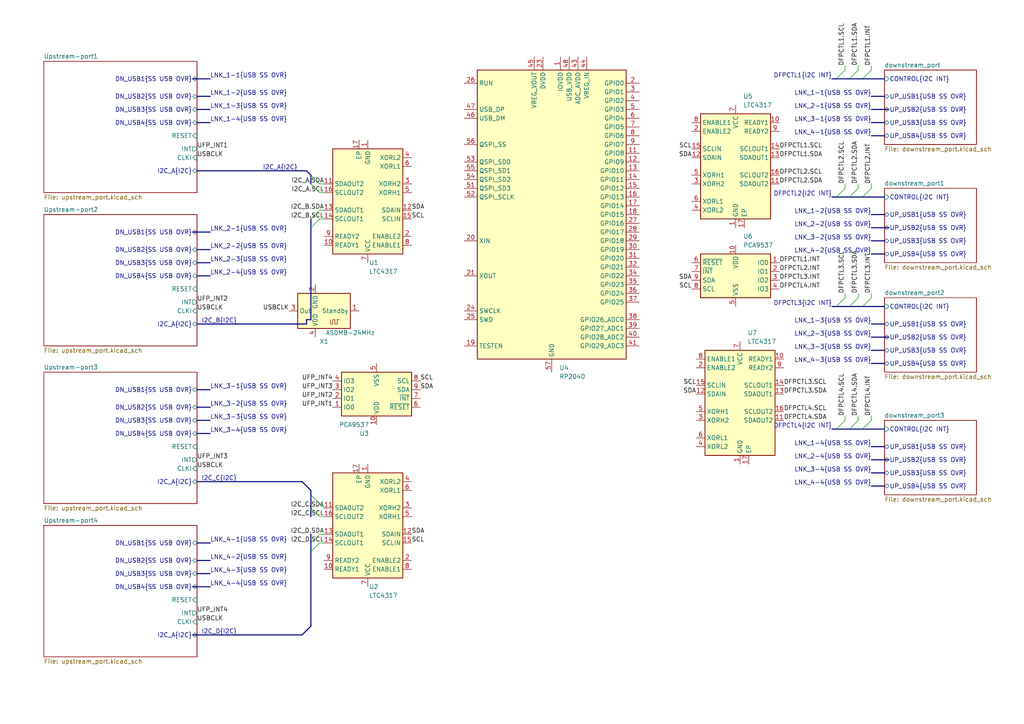
<source format=kicad_sch>
(kicad_sch (version 20230121) (generator eeschema)
  (paper "A4")
  (title_block (title "Cursed USB Switch Main Board"))
  (lib_symbols
    (symbol "Interface_Expansion:LTC4317"
      (property "Reference" "U" (at -8.89 16.51 0))
      (property "Value" "LTC4317" (at 6.35 16.51 0))
      (symbol "LTC4317_0_1"
        (rectangle (start -10.16 15.24) (end 10.16 -15.24) (stroke (width 0.254)) (fill (type background)))
      )
      (symbol "LTC4317_1_1"
        (pin power_in line (at 0 -17.78 90) (length 2.54) (name "GND") (number "1"))
        (pin open_collector line (at 12.7 12.7 180) (length 2.54) (name "READY1") (number "10"))
        (pin bidirectional line (at 12.7 -5.08 180) (length 2.54) (name "SDAOUT2") (number "11"))
        (pin bidirectional line (at -12.7 2.54 0) (length 2.54) (name "SDAIN") (number "12"))
        (pin bidirectional line (at 12.7 2.54 180) (length 2.54) (name "SDAOUT1") (number "13"))
        (pin output line (at 12.7 5.08 180) (length 2.54) (name "SCLOUT1") (number "14"))
        (pin input line (at -12.7 5.08 0) (length 2.54) (name "SCLIN") (number "15"))
        (pin output line (at 12.7 -2.54 180) (length 2.54) (name "SCLOUT2") (number "16"))
        (pin passive line (at 2.54 -17.78 90) (length 2.54) (name "EP") (number "17"))
        (pin input line (at -12.7 10.16 0) (length 2.54) (name "ENABLE2") (number "2"))
        (pin input line (at -12.7 -5.08 0) (length 2.54) (name "XORH2") (number "3"))
        (pin input line (at -12.7 -12.7 0) (length 2.54) (name "XORL2") (number "4"))
        (pin input line (at -12.7 -2.54 0) (length 2.54) (name "XORH1") (number "5"))
        (pin input line (at -12.7 -10.16 0) (length 2.54) (name "XORL1") (number "6"))
        (pin power_in line (at 0 17.78 270) (length 2.54) (name "VCC") (number "7"))
        (pin input line (at -12.7 12.7 0) (length 2.54) (name "ENABLE1") (number "8"))
        (pin open_collector line (at 12.7 10.16 180) (length 2.54) (name "READY2") (number "9"))
      )
    )
    (symbol "Interface_Expansion:PCA9537"
      (property "Reference" "U" (at -8.89 6.35 0))
      (property "Value" "PCA9537" (at 6.35 6.35 0))
      (symbol "PCA9537_0_1"
        (rectangle (start -10.16 5.08) (end 10.16 -7.62) (stroke (width 0.254)) (fill (type background)))
      )
      (symbol "PCA9537_1_1"
        (pin bidirectional line (at 12.7 2.54 180) (length 2.54) (name "IO0") (number "1"))
        (pin power_in line (at 0 7.62 270) (length 2.54) (name "VDD") (number "10"))
        (pin bidirectional line (at 12.7 0 180) (length 2.54) (name "IO1") (number "2"))
        (pin bidirectional line (at 12.7 -2.54 180) (length 2.54) (name "IO2") (number "3"))
        (pin bidirectional line (at 12.7 -5.08 180) (length 2.54) (name "IO3") (number "4"))
        (pin power_in line (at 0 -10.16 90) (length 2.54) (name "VSS") (number "5"))
        (pin input line (at -12.7 2.54 0) (length 2.54) (name "~{RESET}") (number "6"))
        (pin open_collector line (at -12.7 0 0) (length 2.54) (name "~{INT}") (number "7"))
        (pin input line (at -12.7 -5.08 0) (length 2.54) (name "SCL") (number "8"))
        (pin bidirectional line (at -12.7 -2.54 0) (length 2.54) (name "SDA") (number "9"))
      )
    )
    (symbol "MCU_RaspberryPi:RP2040"
      (property "Reference" "U" (at 17.78 45.72 0))
      (property "Value" "RP2040" (at 17.78 43.18 0))
      (symbol "RP2040_0_1"
        (rectangle (start -21.59 41.91) (end 21.59 -41.91) (stroke (width 0.254)) (fill (type background)))
      )
      (symbol "RP2040_1_1"
        (pin power_in line (at 2.54 45.72 270) (length 3.81) (name "IOVDD") (number "1"))
        (pin passive line (at 2.54 45.72 270) (length 3.81) hide (name "IOVDD") (number "10"))
        (pin bidirectional line (at 25.4 17.78 180) (length 3.81) (name "GPIO8") (number "11"))
        (pin bidirectional line (at 25.4 15.24 180) (length 3.81) (name "GPIO9") (number "12"))
        (pin bidirectional line (at 25.4 12.7 180) (length 3.81) (name "GPIO10") (number "13"))
        (pin bidirectional line (at 25.4 10.16 180) (length 3.81) (name "GPIO11") (number "14"))
        (pin bidirectional line (at 25.4 7.62 180) (length 3.81) (name "GPIO12") (number "15"))
        (pin bidirectional line (at 25.4 5.08 180) (length 3.81) (name "GPIO13") (number "16"))
        (pin bidirectional line (at 25.4 2.54 180) (length 3.81) (name "GPIO14") (number "17"))
        (pin bidirectional line (at 25.4 0 180) (length 3.81) (name "GPIO15") (number "18"))
        (pin input line (at -25.4 -38.1 0) (length 3.81) (name "TESTEN") (number "19"))
        (pin bidirectional line (at 25.4 38.1 180) (length 3.81) (name "GPIO0") (number "2"))
        (pin input line (at -25.4 -7.62 0) (length 3.81) (name "XIN") (number "20"))
        (pin passive line (at -25.4 -17.78 0) (length 3.81) (name "XOUT") (number "21"))
        (pin passive line (at 2.54 45.72 270) (length 3.81) hide (name "IOVDD") (number "22"))
        (pin power_in line (at -2.54 45.72 270) (length 3.81) (name "DVDD") (number "23"))
        (pin input line (at -25.4 -27.94 0) (length 3.81) (name "SWCLK") (number "24"))
        (pin bidirectional line (at -25.4 -30.48 0) (length 3.81) (name "SWD") (number "25"))
        (pin input line (at -25.4 38.1 0) (length 3.81) (name "RUN") (number "26"))
        (pin bidirectional line (at 25.4 -2.54 180) (length 3.81) (name "GPIO16") (number "27"))
        (pin bidirectional line (at 25.4 -5.08 180) (length 3.81) (name "GPIO17") (number "28"))
        (pin bidirectional line (at 25.4 -7.62 180) (length 3.81) (name "GPIO18") (number "29"))
        (pin bidirectional line (at 25.4 35.56 180) (length 3.81) (name "GPIO1") (number "3"))
        (pin bidirectional line (at 25.4 -10.16 180) (length 3.81) (name "GPIO19") (number "30"))
        (pin bidirectional line (at 25.4 -12.7 180) (length 3.81) (name "GPIO20") (number "31"))
        (pin bidirectional line (at 25.4 -15.24 180) (length 3.81) (name "GPIO21") (number "32"))
        (pin passive line (at 2.54 45.72 270) (length 3.81) hide (name "IOVDD") (number "33"))
        (pin bidirectional line (at 25.4 -17.78 180) (length 3.81) (name "GPIO22") (number "34"))
        (pin bidirectional line (at 25.4 -20.32 180) (length 3.81) (name "GPIO23") (number "35"))
        (pin bidirectional line (at 25.4 -22.86 180) (length 3.81) (name "GPIO24") (number "36"))
        (pin bidirectional line (at 25.4 -25.4 180) (length 3.81) (name "GPIO25") (number "37"))
        (pin bidirectional line (at 25.4 -30.48 180) (length 3.81) (name "GPIO26_ADC0") (number "38"))
        (pin bidirectional line (at 25.4 -33.02 180) (length 3.81) (name "GPIO27_ADC1") (number "39"))
        (pin bidirectional line (at 25.4 33.02 180) (length 3.81) (name "GPIO2") (number "4"))
        (pin bidirectional line (at 25.4 -35.56 180) (length 3.81) (name "GPIO28_ADC2") (number "40"))
        (pin bidirectional line (at 25.4 -38.1 180) (length 3.81) (name "GPIO29_ADC3") (number "41"))
        (pin passive line (at 2.54 45.72 270) (length 3.81) hide (name "IOVDD") (number "42"))
        (pin power_in line (at 7.62 45.72 270) (length 3.81) (name "ADC_AVDD") (number "43"))
        (pin power_in line (at 10.16 45.72 270) (length 3.81) (name "VREG_IN") (number "44"))
        (pin power_out line (at -5.08 45.72 270) (length 3.81) (name "VREG_VOUT") (number "45"))
        (pin bidirectional line (at -25.4 27.94 0) (length 3.81) (name "USB_DM") (number "46"))
        (pin bidirectional line (at -25.4 30.48 0) (length 3.81) (name "USB_DP") (number "47"))
        (pin power_in line (at 5.08 45.72 270) (length 3.81) (name "USB_VDD") (number "48"))
        (pin passive line (at 2.54 45.72 270) (length 3.81) hide (name "IOVDD") (number "49"))
        (pin bidirectional line (at 25.4 30.48 180) (length 3.81) (name "GPIO3") (number "5"))
        (pin passive line (at -2.54 45.72 270) (length 3.81) hide (name "DVDD") (number "50"))
        (pin bidirectional line (at -25.4 7.62 0) (length 3.81) (name "QSPI_SD3") (number "51"))
        (pin output line (at -25.4 5.08 0) (length 3.81) (name "QSPI_SCLK") (number "52"))
        (pin bidirectional line (at -25.4 15.24 0) (length 3.81) (name "QSPI_SD0") (number "53"))
        (pin bidirectional line (at -25.4 10.16 0) (length 3.81) (name "QSPI_SD2") (number "54"))
        (pin bidirectional line (at -25.4 12.7 0) (length 3.81) (name "QSPI_SD1") (number "55"))
        (pin bidirectional line (at -25.4 20.32 0) (length 3.81) (name "QSPI_SS") (number "56"))
        (pin power_in line (at 0 -45.72 90) (length 3.81) (name "GND") (number "57"))
        (pin bidirectional line (at 25.4 27.94 180) (length 3.81) (name "GPIO4") (number "6"))
        (pin bidirectional line (at 25.4 25.4 180) (length 3.81) (name "GPIO5") (number "7"))
        (pin bidirectional line (at 25.4 22.86 180) (length 3.81) (name "GPIO6") (number "8"))
        (pin bidirectional line (at 25.4 20.32 180) (length 3.81) (name "GPIO7") (number "9"))
      )
    )
    (symbol "Oscillator:ASDMB-xxxMHz"
      (property "Reference" "U" (at -6.35 6.35 0))
      (property "Value" "ASDMB-xxxMHz" (at 11.43 6.35 0))
      (symbol "ASDMB-xxxMHz_1_1"
        (rectangle (start -7.62 5.08) (end 7.62 -5.08) (stroke (width 0.254)) (fill (type background)))
        (polyline (pts (xy -4.445 2.54) (xy -3.81 2.54) (xy -3.81 3.81) (xy -3.175 3.81) (xy -3.175 2.54) (xy -2.54 2.54) (xy -2.54 3.81) (xy -1.905 3.81) (xy -1.905 2.54)))
        (pin input line (at -10.16 0 0) (length 2.54) (name "Standby") (number "1"))
        (pin power_in line (at 2.54 -7.62 90) (length 2.54) (name "GND") (number "2"))
        (pin output line (at 10.16 0 180) (length 2.54) (name "Out") (number "3"))
        (pin power_in line (at 2.54 7.62 270) (length 2.54) (name "VDD") (number "4"))
      )
    )
  )
  (bus_entry (at 250.19 88.9) (size 2.54 -2.54))
  (bus_entry (at 90.17 53.34) (size 2.54 2.54))
  (bus_entry (at 242.57 88.9) (size 2.54 -2.54))
  (bus_entry (at 90.17 50.8) (size 2.54 2.54))
  (bus_entry (at 242.57 124.46) (size 2.54 -2.54))
  (bus_entry (at 250.19 57.15) (size 2.54 -2.54))
  (bus_entry (at 250.19 22.86) (size 2.54 -2.54))
  (bus_entry (at 250.19 124.46) (size 2.54 -2.54))
  (bus_entry (at 90.17 143.51) (size 2.54 2.54))
  (bus_entry (at 90.17 157.48) (size 2.54 -2.54))
  (bus_entry (at 90.17 66.04) (size 2.54 -2.54))
  (bus_entry (at 246.38 124.46) (size 2.54 -2.54))
  (bus_entry (at 90.17 147.32) (size 2.54 2.54))
  (bus_entry (at 246.38 88.9) (size 2.54 -2.54))
  (bus_entry (at 242.57 22.86) (size 2.54 -2.54))
  (bus_entry (at 90.17 63.5) (size 2.54 -2.54))
  (bus_entry (at 246.38 22.86) (size 2.54 -2.54))
  (bus_entry (at 246.38 57.15) (size 2.54 -2.54))
  (bus_entry (at 90.17 160.02) (size 2.54 -2.54))
  (bus_entry (at 242.57 57.15) (size 2.54 -2.54))
  (bus (pts (xy 252.73 93.98) (xy 256.54 93.98)))
  (bus (pts (xy 252.73 137.16) (xy 256.54 137.16)))
  (bus (pts (xy 88.9 93.98) (xy 57.15 93.98)))
  (bus (pts (xy 88.9 92.71) (xy 90.17 92.71)))
  (bus (pts (xy 57.15 125.73) (xy 60.96 125.73)))
  (bus (pts (xy 252.73 129.54) (xy 256.54 129.54)))
  (bus (pts (xy 252.73 39.37) (xy 256.54 39.37)))
  (wire (pts (xy 92.71 63.5) (xy 93.98 63.5)))
  (bus (pts (xy 252.73 133.35) (xy 257.81 133.35)))
  (bus (pts (xy 252.73 31.75) (xy 257.81 31.75)))
  (bus (pts (xy 57.15 113.03) (xy 60.96 113.03)))
  (wire (pts (xy 92.71 55.88) (xy 93.98 55.88)))
  (bus (pts (xy 57.15 80.01) (xy 60.96 80.01)))
  (bus (pts (xy 242.57 57.15) (xy 246.38 57.15)))
  (bus (pts (xy 241.3 124.46) (xy 242.57 124.46)))
  (bus (pts (xy 57.15 49.53) (xy 88.9 49.53)))
  (bus (pts (xy 57.15 166.37) (xy 60.96 166.37)))
  (bus (pts (xy 252.73 101.6) (xy 256.54 101.6)))
  (bus (pts (xy 57.15 35.56) (xy 60.96 35.56)))
  (bus (pts (xy 252.73 140.97) (xy 256.54 140.97)))
  (wire (pts (xy 248.92 120.65) (xy 248.92 121.92)))
  (bus (pts (xy 250.19 124.46) (xy 256.54 124.46)))
  (bus (pts (xy 252.73 73.66) (xy 256.54 73.66)))
  (bus (pts (xy 57.15 121.92) (xy 60.96 121.92)))
  (wire (pts (xy 252.73 85.09) (xy 252.73 86.36)))
  (bus (pts (xy 90.17 160.02) (xy 90.17 181.61)))
  (wire (pts (xy 92.71 60.96) (xy 93.98 60.96)))
  (bus (pts (xy 90.17 147.32) (xy 90.17 149.86)))
  (bus (pts (xy 242.57 88.9) (xy 246.38 88.9)))
  (bus (pts (xy 87.63 139.7) (xy 90.17 142.24)))
  (bus (pts (xy 90.17 143.51) (xy 90.17 147.32)))
  (bus (pts (xy 252.73 27.94) (xy 256.54 27.94)))
  (bus (pts (xy 90.17 154.94) (xy 90.17 157.48)))
  (bus (pts (xy 252.73 66.04) (xy 257.81 66.04)))
  (bus (pts (xy 57.15 157.48) (xy 60.96 157.48)))
  (bus (pts (xy 55.88 22.86) (xy 60.96 22.86)))
  (bus (pts (xy 252.73 62.23) (xy 256.54 62.23)))
  (wire (pts (xy 248.92 85.09) (xy 248.92 86.36)))
  (bus (pts (xy 57.15 72.39) (xy 60.96 72.39)))
  (bus (pts (xy 57.15 139.7) (xy 87.63 139.7)))
  (wire (pts (xy 245.11 85.09) (xy 245.11 86.36)))
  (bus (pts (xy 241.3 57.15) (xy 242.57 57.15)))
  (wire (pts (xy 92.71 157.48) (xy 93.98 157.48)))
  (bus (pts (xy 252.73 35.56) (xy 256.54 35.56)))
  (wire (pts (xy 248.92 19.05) (xy 248.92 20.32)))
  (wire (pts (xy 252.73 120.65) (xy 252.73 121.92)))
  (wire (pts (xy 92.71 149.86) (xy 93.98 149.86)))
  (bus (pts (xy 90.17 63.5) (xy 90.17 66.04)))
  (wire (pts (xy 252.73 53.34) (xy 252.73 54.61)))
  (bus (pts (xy 57.15 76.2) (xy 60.96 76.2)))
  (bus (pts (xy 250.19 57.15) (xy 256.54 57.15)))
  (bus (pts (xy 246.38 88.9) (xy 250.19 88.9)))
  (bus (pts (xy 242.57 124.46) (xy 246.38 124.46)))
  (bus (pts (xy 88.9 49.53) (xy 90.17 50.8)))
  (bus (pts (xy 90.17 50.8) (xy 90.17 53.34)))
  (bus (pts (xy 90.17 157.48) (xy 90.17 160.02)))
  (bus (pts (xy 55.88 67.31) (xy 60.96 67.31)))
  (bus (pts (xy 252.73 97.79) (xy 257.81 97.79)))
  (bus (pts (xy 55.88 170.18) (xy 60.96 170.18)))
  (wire (pts (xy 248.92 53.34) (xy 248.92 54.61)))
  (bus (pts (xy 57.15 27.94) (xy 60.96 27.94)))
  (bus (pts (xy 252.73 69.85) (xy 256.54 69.85)))
  (bus (pts (xy 55.88 184.15) (xy 87.63 184.15)))
  (bus (pts (xy 241.3 88.9) (xy 242.57 88.9)))
  (bus (pts (xy 246.38 124.46) (xy 250.19 124.46)))
  (bus (pts (xy 250.19 22.86) (xy 256.54 22.86)))
  (bus (pts (xy 246.38 57.15) (xy 250.19 57.15)))
  (bus (pts (xy 57.15 162.56) (xy 60.96 162.56)))
  (bus (pts (xy 241.3 22.86) (xy 242.57 22.86)))
  (bus (pts (xy 252.73 105.41) (xy 256.54 105.41)))
  (bus (pts (xy 88.9 92.71) (xy 88.9 93.98)))
  (bus (pts (xy 246.38 22.86) (xy 250.19 22.86)))
  (wire (pts (xy 245.11 19.05) (xy 245.11 20.32)))
  (bus (pts (xy 57.15 118.11) (xy 60.96 118.11)))
  (bus (pts (xy 57.15 31.75) (xy 60.96 31.75)))
  (wire (pts (xy 92.71 154.94) (xy 93.98 154.94)))
  (bus (pts (xy 90.17 66.04) (xy 90.17 92.71)))
  (wire (pts (xy 92.71 146.05) (xy 93.98 147.32)))
  (bus (pts (xy 250.19 88.9) (xy 256.54 88.9)))
  (wire (pts (xy 252.73 19.05) (xy 252.73 20.32)))
  (bus (pts (xy 90.17 142.24) (xy 90.17 143.51)))
  (bus (pts (xy 87.63 184.15) (xy 90.17 181.61)))
  (wire (pts (xy 92.71 53.34) (xy 93.98 53.34)))
  (wire (pts (xy 245.11 120.65) (xy 245.11 121.92)))
  (wire (pts (xy 245.11 53.34) (xy 245.11 54.61)))
  (bus (pts (xy 242.57 22.86) (xy 246.38 22.86)))
  (label "DFPCTL3.SCL" (at 245.11 85.09 90))
  (label "I2C_D.SCL" (at 93.98 157.48 180))
  (label "UFP_INT3" (at 57.15 133.35 0))
  (label "LNK_2-1{USB SS OVR}" (at 252.73 31.75 180))
  (label "I2C_B.SDA" (at 93.98 60.96 180))
  (label "DFPCTL2.SDA" (at 226.06 53.34 0))
  (label "SDA" (at 119.38 60.96 0))
  (label "I2C_C.SCL" (at 93.98 149.86 180))
  (label "LNK_3-1{USB SS OVR}" (at 60.96 113.03 0))
  (label "LNK_1-1{USB SS OVR}" (at 252.73 27.94 180))
  (label "DFPCTL3.SCL" (at 227.33 111.76 0))
  (label "DFPCTL3.INT" (at 252.73 85.09 90))
  (label "DFPCTL3{I2C INT}" (at 241.3 88.9 180))
  (label "I2C_C{I2C}" (at 58.42 139.7 0))
  (label "SDA" (at 121.92 113.03 0))
  (label "DFPCTL4.INT" (at 226.06 83.82 0))
  (label "USBCLK" (at 57.15 45.72 0))
  (label "DFPCTL1.SDA" (at 248.92 19.05 90))
  (label "DFPCTL1.SDA" (at 226.06 45.72 0))
  (label "I2C_C.SDA" (at 93.98 147.32 180))
  (label "DFPCTL1.INT" (at 226.06 76.2 0))
  (label "SCL" (at 200.66 83.82 180))
  (label "LNK_4-1{USB SS OVR}" (at 60.96 157.48 0))
  (label "UFP_INT4" (at 96.52 110.49 180))
  (label "LNK_3-4{USB SS OVR}" (at 252.73 137.16 180))
  (label "DFPCTL2.INT" (at 252.73 53.34 90))
  (label "SCL" (at 119.38 63.5 0))
  (label "DFPCTL1.SCL" (at 245.11 19.05 90))
  (label "SDA" (at 201.93 114.3 180))
  (label "LNK_4-1{USB SS OVR}" (at 252.73 39.37 180))
  (label "LNK_2-3{USB SS OVR}" (at 60.96 76.2 0))
  (label "I2C_D.SDA" (at 93.98 154.94 180))
  (label "SDA" (at 119.38 154.94 0))
  (label "UFP_INT4" (at 57.15 177.8 0))
  (label "DFPCTL4.SCL" (at 245.11 120.65 90))
  (label "SDA" (at 200.66 45.72 180))
  (label "DFPCTL3.SDA" (at 248.92 85.09 90))
  (label "LNK_4-2{USB SS OVR}" (at 252.73 73.66 180))
  (label "DFPCTL3.SDA" (at 227.33 114.3 0))
  (label "DFPCTL1.INT" (at 252.73 19.05 90))
  (label "LNK_4-4{USB SS OVR}" (at 60.96 170.18 0))
  (label "LNK_2-2{USB SS OVR}" (at 60.96 72.39 0))
  (label "LNK_1-1{USB SS OVR}" (at 60.96 22.86 0))
  (label "I2C_A{I2C}" (at 76.2 49.53 0))
  (label "LNK_3-3{USB SS OVR}" (at 252.73 101.6 180))
  (label "USBCLK" (at 57.15 135.89 0))
  (label "LNK_2-4{USB SS OVR}" (at 60.96 80.01 0))
  (label "USBCLK" (at 57.15 90.17 0))
  (label "USBCLK" (at 57.15 180.34 0))
  (label "SCL" (at 119.38 157.48 0))
  (label "LNK_4-2{USB SS OVR}" (at 60.96 162.56 0))
  (label "DFPCTL2.SDA" (at 248.92 53.34 90))
  (label "LNK_1-2{USB SS OVR}" (at 252.73 62.23 180))
  (label "DFPCTL2.SCL" (at 245.11 53.34 90))
  (label "LNK_1-4{USB SS OVR}" (at 60.96 35.56 0))
  (label "LNK_3-2{USB SS OVR}" (at 252.73 69.85 180))
  (label "LNK_3-3{USB SS OVR}" (at 60.96 121.92 0))
  (label "DFPCTL4.SDA" (at 227.33 121.92 0))
  (label "SDA" (at 200.66 81.28 180))
  (label "USBCLK" (at 83.82 90.17 180))
  (label "SCL" (at 201.93 111.76 180))
  (label "UFP_INT2" (at 57.15 87.63 0))
  (label "LNK_3-4{USB SS OVR}" (at 60.96 125.73 0))
  (label "LNK_2-1{USB SS OVR}" (at 60.96 67.31 0))
  (label "DFPCTL4.SCL" (at 227.33 119.38 0))
  (label "I2C_B{I2C}" (at 58.42 93.98 0))
  (label "DFPCTL4.INT" (at 252.73 120.65 90))
  (label "UFP_INT1" (at 96.52 118.11 180))
  (label "LNK_1-3{USB SS OVR}" (at 252.73 93.98 180))
  (label "UFP_INT2" (at 96.52 115.57 180))
  (label "LNK_4-4{USB SS OVR}" (at 252.73 140.97 180))
  (label "LNK_4-3{USB SS OVR}" (at 60.96 166.37 0))
  (label "LNK_2-4{USB SS OVR}" (at 252.73 133.35 180))
  (label "DFPCTL3.INT" (at 226.06 81.28 0))
  (label "DFPCTL4{I2C INT}" (at 241.3 124.46 180))
  (label "DFPCTL2{I2C INT}" (at 241.3 57.15 180))
  (label "DFPCTL4.SDA" (at 248.92 120.65 90))
  (label "LNK_2-2{USB SS OVR}" (at 252.73 66.04 180))
  (label "UFP_INT3" (at 96.52 113.03 180))
  (label "LNK_3-2{USB SS OVR}" (at 60.96 118.11 0))
  (label "I2C_B.SCL" (at 93.98 63.5 180))
  (label "DFPCTL1{I2C INT}" (at 241.3 22.86 180))
  (label "DFPCTL2.SCL" (at 226.06 50.8 0))
  (label "LNK_2-3{USB SS OVR}" (at 252.73 97.79 180))
  (label "LNK_1-4{USB SS OVR}" (at 252.73 129.54 180))
  (label "UFP_INT1" (at 57.15 43.18 0))
  (label "SCL" (at 121.92 110.49 0))
  (label "LNK_1-3{USB SS OVR}" (at 60.96 31.75 0))
  (label "LNK_1-2{USB SS OVR}" (at 60.96 27.94 0))
  (label "I2C_A.SCL" (at 93.98 55.88 180))
  (label "DFPCTL1.SCL" (at 226.06 43.18 0))
  (label "SCL" (at 200.66 43.18 180))
  (label "I2C_D{I2C}" (at 58.42 184.15 0))
  (label "I2C_A.SDA" (at 93.98 53.34 180))
  (label "LNK_4-3{USB SS OVR}" (at 252.73 105.41 180))
  (label "LNK_3-1{USB SS OVR}" (at 252.73 35.56 180))
  (label "DFPCTL2.INT" (at 226.06 78.74 0))
  (symbol (lib_id "Interface_Expansion:LTC4317") (at 213.36 48.26 0) (unit 1)
    (property "Reference" "U5" (at 215.5541 27.94 0) (effects (justify left)))
    (property "Value" "LTC4317" (at 215.5541 30.48 0) (effects (justify left)))
    (property "Footprint" "Package_DFN_QFN:DFN-16-1EP_3x5mm_P0.5mm_EP1.66x4.4mm" (effects hide))
    (property "Datasheet" "https://www.analog.com/media/en/technical-documentation/data-sheets/4317fa.pdf" (effects hide))
  )
  (symbol (lib_id "Interface_Expansion:LTC4317") (at 106.68 152.4 180) (unit 1)
    (property "Reference" "U2" (at 107.0259 170.18 0) (effects (justify right)))
    (property "Value" "LTC4317" (at 107.0259 172.72 0) (effects (justify right)))
    (property "Footprint" "Package_DFN_QFN:DFN-16-1EP_3x5mm_P0.5mm_EP1.66x4.4mm" (effects hide))
    (property "Datasheet" "https://www.analog.com/media/en/technical-documentation/data-sheets/4317fa.pdf" (effects hide))
  )
  (symbol (lib_id "Interface_Expansion:PCA9537") (at 109.22 115.57 180) (unit 1)
    (property "Reference" "U3" (at 107.0259 125.73 0) (effects (justify left)))
    (property "Value" "PCA9537" (at 107.0259 123.19 0) (effects (justify left)))
    (property "Footprint" "Package_SO:TSSOP-10_3x3mm_P0.5mm" (effects hide))
    (property "Datasheet" "https://www.nxp.com/docs/en/data-sheet/PCA9537.pdf" (effects hide))
  )
  (symbol (lib_id "Interface_Expansion:LTC4317") (at 214.63 116.84 0) (unit 1)
    (property "Reference" "U7" (at 216.8241 96.52 0) (effects (justify left)))
    (property "Value" "LTC4317" (at 216.8241 99.06 0) (effects (justify left)))
    (property "Footprint" "Package_DFN_QFN:DFN-16-1EP_3x5mm_P0.5mm_EP1.66x4.4mm" (effects hide))
    (property "Datasheet" "https://www.analog.com/media/en/technical-documentation/data-sheets/4317fa.pdf" (effects hide))
  )
  (symbol (lib_id "Interface_Expansion:PCA9537") (at 213.36 78.74 0) (unit 1)
    (property "Reference" "U6" (at 215.5541 68.58 0) (effects (justify left)))
    (property "Value" "PCA9537" (at 215.5541 71.12 0) (effects (justify left)))
    (property "Footprint" "Package_SO:TSSOP-10_3x3mm_P0.5mm" (effects hide))
    (property "Datasheet" "https://www.nxp.com/docs/en/data-sheet/PCA9537.pdf" (effects hide))
  )
  (symbol (lib_id "Interface_Expansion:LTC4317") (at 106.68 58.42 180) (unit 1)
    (property "Reference" "U1" (at 107.0259 76.2 0) (effects (justify right)))
    (property "Value" "LTC4317" (at 107.0259 78.74 0) (effects (justify right)))
    (property "Footprint" "Package_DFN_QFN:DFN-16-1EP_3x5mm_P0.5mm_EP1.66x4.4mm" (effects hide))
    (property "Datasheet" "https://www.analog.com/media/en/technical-documentation/data-sheets/4317fa.pdf" (effects hide))
  )
  (symbol (lib_id "Oscillator:ASDMB-xxxMHz") (at 93.98 90.17 180) (unit 1)
    (property "Reference" "X1" (at 93.98 99.06 0))
    (property "Value" "ASDMB-24MHz" (at 101.6 96.52 0))
    (property "Footprint" "Oscillator:Oscillator_SMD_Abracon_ASDMB-4Pin_2.5x2.0mm" (effects hide))
    (property "Datasheet" "https://abracon.com/Oscillators/ASDMB.pdf" (effects hide))
  )
  (symbol (lib_id "MCU_RaspberryPi:RP2040") (at 160.02 62.23 0) (unit 1)
    (property "Reference" "U4" (at 162.2141 106.68 0) (effects (justify left)))
    (property "Value" "RP2040" (at 162.2141 109.22 0) (effects (justify left)))
    (property "Footprint" "Package_DFN_QFN:QFN-56-1EP_7x7mm_P0.4mm_EP3.2x3.2mm" (effects hide))
    (property "Datasheet" "https://datasheets.raspberrypi.com/rp2040/rp2040-datasheet.pdf" (effects hide))
  )
  (sheet (at 256.54 121.92) (size 26.67 21.59) (stroke (width 0.1524))
    (property "Sheetname" "downstream_port3" (at 256.54 121.2084 0) (effects (justify left bottom)))
    (property "Sheetfile" "downstream_port.kicad_sch" (at 256.54 144.0946 0) (effects (justify left top)))
    (pin "CONTROL{I2C INT}" input (at 256.54 124.46 180))
    (pin "UP_USB4{USB SS OVR}" bidirectional (at 256.54 140.97 180))
    (pin "UP_USB3{USB SS OVR}" bidirectional (at 256.54 137.16 180))
    (pin "UP_USB1{USB SS OVR}" bidirectional (at 256.54 129.54 180))
    (pin "UP_USB2{USB SS OVR}" bidirectional (at 256.54 133.35 180))
  )
  (sheet (at 12.7 107.95) (size 44.45 38.1) (stroke (width 0.1524))
    (property "Sheetname" "Upstream-port3" (at 12.7 107.2384 0) (effects (justify left bottom)))
    (property "Sheetfile" "upstream_port.kicad_sch" (at 12.7 146.6346 0) (effects (justify left top)))
    (pin "CLKI" input (at 57.15 135.89 0))
    (pin "DN_USB1{SS USB OVR}" bidirectional (at 57.15 113.03 0))
    (pin "DN_USB2{SS USB OVR}" bidirectional (at 57.15 118.11 0))
    (pin "DN_USB3{SS USB OVR}" bidirectional (at 57.15 121.92 0))
    (pin "DN_USB4{SS USB OVR}" bidirectional (at 57.15 125.73 0))
    (pin "RESET" input (at 57.15 129.54 0))
    (pin "I2C_A{I2C}" bidirectional (at 57.15 139.7 0))
    (pin "INT" output (at 57.15 133.35 0))
  )
  (sheet (at 12.7 62.23) (size 44.45 38.1) (stroke (width 0.1524))
    (property "Sheetname" "Upstream-port2" (at 12.7 61.5184 0) (effects (justify left bottom)))
    (property "Sheetfile" "upstream_port.kicad_sch" (at 12.7 100.9146 0) (effects (justify left top)))
    (pin "CLKI" input (at 57.15 90.17 0))
    (pin "DN_USB1{SS USB OVR}" bidirectional (at 57.15 67.31 0))
    (pin "DN_USB2{SS USB OVR}" bidirectional (at 57.15 72.39 0))
    (pin "DN_USB3{SS USB OVR}" bidirectional (at 57.15 76.2 0))
    (pin "DN_USB4{SS USB OVR}" bidirectional (at 57.15 80.01 0))
    (pin "RESET" input (at 57.15 83.82 0))
    (pin "I2C_A{I2C}" bidirectional (at 57.15 93.98 0))
    (pin "INT" output (at 57.15 87.63 0))
  )
  (sheet (at 256.54 54.61) (size 26.67 21.59) (stroke (width 0.1524))
    (property "Sheetname" "downstream_port1" (at 256.54 53.8984 0) (effects (justify left bottom)))
    (property "Sheetfile" "downstream_port.kicad_sch" (at 256.54 76.7846 0) (effects (justify left top)))
    (pin "CONTROL{I2C INT}" input (at 256.54 57.15 180))
    (pin "UP_USB4{USB SS OVR}" bidirectional (at 256.54 73.66 180))
    (pin "UP_USB3{USB SS OVR}" bidirectional (at 256.54 69.85 180))
    (pin "UP_USB1{USB SS OVR}" bidirectional (at 256.54 62.23 180))
    (pin "UP_USB2{USB SS OVR}" bidirectional (at 256.54 66.04 180))
  )
  (sheet (at 12.7 152.4) (size 44.45 38.1) (stroke (width 0.1524))
    (property "Sheetname" "Upstream-port4" (at 12.7 151.6884 0) (effects (justify left bottom)))
    (property "Sheetfile" "upstream_port.kicad_sch" (at 12.7 191.0846 0) (effects (justify left top)))
    (pin "CLKI" input (at 57.15 180.34 0))
    (pin "DN_USB1{SS USB OVR}" bidirectional (at 57.15 157.48 0))
    (pin "DN_USB2{SS USB OVR}" bidirectional (at 57.15 162.56 0))
    (pin "DN_USB3{SS USB OVR}" bidirectional (at 57.15 166.37 0))
    (pin "DN_USB4{SS USB OVR}" bidirectional (at 57.15 170.18 0))
    (pin "RESET" input (at 57.15 173.99 0))
    (pin "I2C_A{I2C}" bidirectional (at 57.15 184.15 0))
    (pin "INT" output (at 57.15 177.8 0))
  )
  (sheet (at 256.54 20.32) (size 26.67 21.59) (stroke (width 0.1524))
    (property "Sheetname" "downstream_port" (at 256.54 19.6084 0) (effects (justify left bottom)))
    (property "Sheetfile" "downstream_port.kicad_sch" (at 256.54 42.4946 0) (effects (justify left top)))
    (pin "CONTROL{I2C INT}" input (at 256.54 22.86 180))
    (pin "UP_USB4{USB SS OVR}" bidirectional (at 256.54 39.37 180))
    (pin "UP_USB3{USB SS OVR}" bidirectional (at 256.54 35.56 180))
    (pin "UP_USB1{USB SS OVR}" bidirectional (at 256.54 27.94 180))
    (pin "UP_USB2{USB SS OVR}" bidirectional (at 256.54 31.75 180))
  )
  (sheet (at 256.54 86.36) (size 26.67 21.59) (stroke (width 0.1524))
    (property "Sheetname" "downstream_port2" (at 256.54 85.6484 0) (effects (justify left bottom)))
    (property "Sheetfile" "downstream_port.kicad_sch" (at 256.54 108.5346 0) (effects (justify left top)))
    (pin "CONTROL{I2C INT}" input (at 256.54 88.9 180))
    (pin "UP_USB4{USB SS OVR}" bidirectional (at 256.54 105.41 180))
    (pin "UP_USB3{USB SS OVR}" bidirectional (at 256.54 101.6 180))
    (pin "UP_USB1{USB SS OVR}" bidirectional (at 256.54 93.98 180))
    (pin "UP_USB2{USB SS OVR}" bidirectional (at 256.54 97.79 180))
  )
  (sheet (at 12.7 17.78) (size 44.45 38.1) (stroke (width 0.1524))
    (property "Sheetname" "Upstream-port1" (at 12.7 17.0684 0) (effects (justify left bottom)))
    (property "Sheetfile" "upstream_port.kicad_sch" (at 12.7 56.4646 0) (effects (justify left top)))
    (pin "CLKI" input (at 57.15 45.72 0))
    (pin "DN_USB1{SS USB OVR}" bidirectional (at 57.15 22.86 0))
    (pin "DN_USB2{SS USB OVR}" bidirectional (at 57.15 27.94 0))
    (pin "DN_USB3{SS USB OVR}" bidirectional (at 57.15 31.75 0))
    (pin "DN_USB4{SS USB OVR}" bidirectional (at 57.15 35.56 0))
    (pin "RESET" input (at 57.15 39.37 0))
    (pin "I2C_A{I2C}" bidirectional (at 57.15 49.53 0))
    (pin "INT" output (at 57.15 43.18 0))
  )
)
</source>
